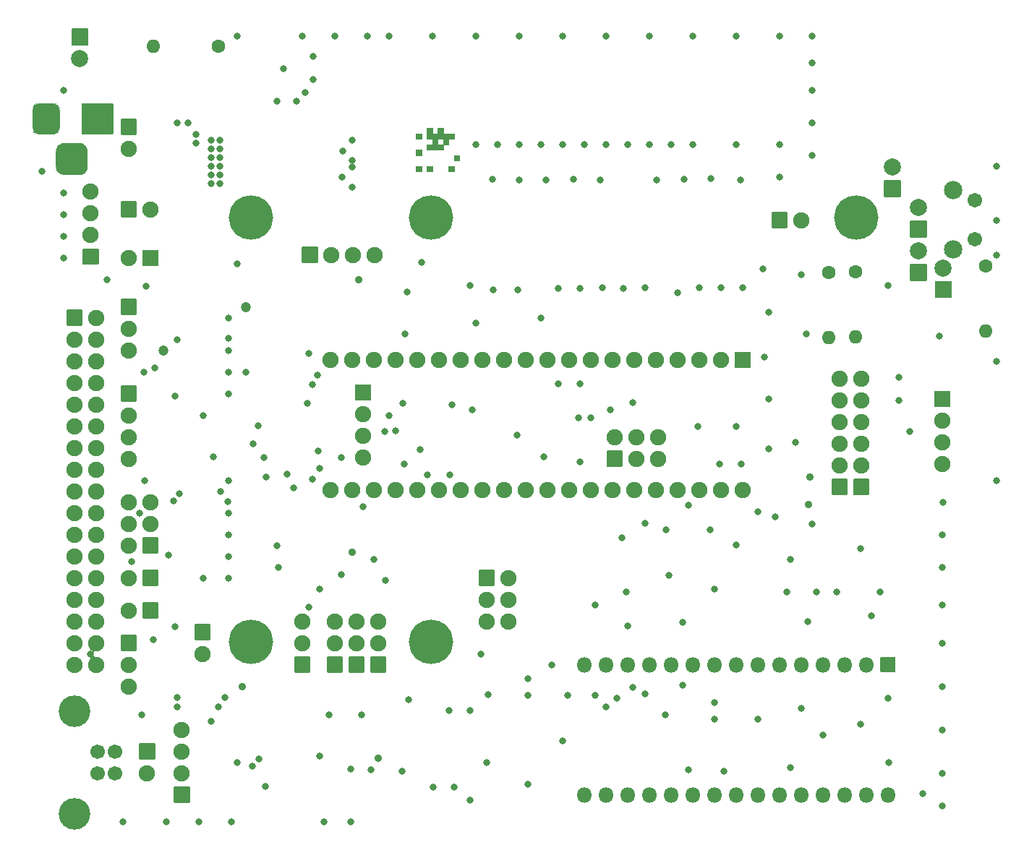
<source format=gbr>
G04 #@! TF.GenerationSoftware,KiCad,Pcbnew,(5.1.9)-1*
G04 #@! TF.CreationDate,2021-07-31T21:08:57+01:00*
G04 #@! TF.ProjectId,Greaseweazle F1 Plus Gotek Rev 1.1,47726561-7365-4776-9561-7a6c65204631,1*
G04 #@! TF.SameCoordinates,PX6312cb0PY6bcb370*
G04 #@! TF.FileFunction,Soldermask,Bot*
G04 #@! TF.FilePolarity,Negative*
%FSLAX46Y46*%
G04 Gerber Fmt 4.6, Leading zero omitted, Abs format (unit mm)*
G04 Created by KiCad (PCBNEW (5.1.9)-1) date 2021-07-31 21:08:57*
%MOMM*%
%LPD*%
G01*
G04 APERTURE LIST*
%ADD10C,0.100000*%
%ADD11O,1.900000X1.900000*%
%ADD12C,2.000000*%
%ADD13C,1.900000*%
%ADD14C,5.200000*%
%ADD15C,1.600000*%
%ADD16O,1.600000X1.600000*%
%ADD17O,1.800000X1.800000*%
%ADD18C,1.701140*%
%ADD19C,3.700120*%
%ADD20C,2.150000*%
%ADD21C,1.708000*%
%ADD22C,0.800000*%
%ADD23C,0.900000*%
%ADD24C,1.200000*%
G04 APERTURE END LIST*
D10*
G36*
X35814000Y60960000D02*
G01*
X36449000Y60960000D01*
X36449000Y61595000D01*
X35814000Y61595000D01*
X35814000Y60960000D01*
G37*
X35814000Y60960000D02*
X36449000Y60960000D01*
X36449000Y61595000D01*
X35814000Y61595000D01*
X35814000Y60960000D01*
G36*
X35814000Y60325000D02*
G01*
X36449000Y60325000D01*
X36449000Y60960000D01*
X35814000Y60960000D01*
X35814000Y60325000D01*
G37*
X35814000Y60325000D02*
X36449000Y60325000D01*
X36449000Y60960000D01*
X35814000Y60960000D01*
X35814000Y60325000D01*
G36*
X35179000Y60325000D02*
G01*
X35814000Y60325000D01*
X35814000Y60960000D01*
X35179000Y60960000D01*
X35179000Y60325000D01*
G37*
X35179000Y60325000D02*
X35814000Y60325000D01*
X35814000Y60960000D01*
X35179000Y60960000D01*
X35179000Y60325000D01*
G36*
X36449000Y60325000D02*
G01*
X37084000Y60325000D01*
X37084000Y60960000D01*
X36449000Y60960000D01*
X36449000Y60325000D01*
G37*
X36449000Y60325000D02*
X37084000Y60325000D01*
X37084000Y60960000D01*
X36449000Y60960000D01*
X36449000Y60325000D01*
G36*
X37084000Y60960000D02*
G01*
X37719000Y60960000D01*
X37719000Y61595000D01*
X37084000Y61595000D01*
X37084000Y60960000D01*
G37*
X37084000Y60960000D02*
X37719000Y60960000D01*
X37719000Y61595000D01*
X37084000Y61595000D01*
X37084000Y60960000D01*
G36*
X33909000Y61595000D02*
G01*
X34544000Y61595000D01*
X34544000Y62230000D01*
X33909000Y62230000D01*
X33909000Y61595000D01*
G37*
X33909000Y61595000D02*
X34544000Y61595000D01*
X34544000Y62230000D01*
X33909000Y62230000D01*
X33909000Y61595000D01*
G36*
X33909000Y57785000D02*
G01*
X34544000Y57785000D01*
X34544000Y58420000D01*
X33909000Y58420000D01*
X33909000Y57785000D01*
G37*
X33909000Y57785000D02*
X34544000Y57785000D01*
X34544000Y58420000D01*
X33909000Y58420000D01*
X33909000Y57785000D01*
G36*
X35179000Y62230000D02*
G01*
X35814000Y62230000D01*
X35814000Y62865000D01*
X35179000Y62865000D01*
X35179000Y62230000D01*
G37*
X35179000Y62230000D02*
X35814000Y62230000D01*
X35814000Y62865000D01*
X35179000Y62865000D01*
X35179000Y62230000D01*
G36*
X35179000Y61595000D02*
G01*
X35814000Y61595000D01*
X35814000Y62230000D01*
X35179000Y62230000D01*
X35179000Y61595000D01*
G37*
X35179000Y61595000D02*
X35814000Y61595000D01*
X35814000Y62230000D01*
X35179000Y62230000D01*
X35179000Y61595000D01*
G36*
X35814000Y61595000D02*
G01*
X36449000Y61595000D01*
X36449000Y62230000D01*
X35814000Y62230000D01*
X35814000Y61595000D01*
G37*
X35814000Y61595000D02*
X36449000Y61595000D01*
X36449000Y62230000D01*
X35814000Y62230000D01*
X35814000Y61595000D01*
G36*
X36449000Y61595000D02*
G01*
X37084000Y61595000D01*
X37084000Y62230000D01*
X36449000Y62230000D01*
X36449000Y61595000D01*
G37*
X36449000Y61595000D02*
X37084000Y61595000D01*
X37084000Y62230000D01*
X36449000Y62230000D01*
X36449000Y61595000D01*
G36*
X36449000Y62230000D02*
G01*
X37084000Y62230000D01*
X37084000Y62865000D01*
X36449000Y62865000D01*
X36449000Y62230000D01*
G37*
X36449000Y62230000D02*
X37084000Y62230000D01*
X37084000Y62865000D01*
X36449000Y62865000D01*
X36449000Y62230000D01*
G36*
X37084000Y61595000D02*
G01*
X37719000Y61595000D01*
X37719000Y62230000D01*
X37084000Y62230000D01*
X37084000Y61595000D01*
G37*
X37084000Y61595000D02*
X37719000Y61595000D01*
X37719000Y62230000D01*
X37084000Y62230000D01*
X37084000Y61595000D01*
G36*
X37719000Y61595000D02*
G01*
X38354000Y61595000D01*
X38354000Y62230000D01*
X37719000Y62230000D01*
X37719000Y61595000D01*
G37*
X37719000Y61595000D02*
X38354000Y61595000D01*
X38354000Y62230000D01*
X37719000Y62230000D01*
X37719000Y61595000D01*
G36*
X38354000Y59055000D02*
G01*
X38989000Y59055000D01*
X38989000Y59690000D01*
X38354000Y59690000D01*
X38354000Y59055000D01*
G37*
X38354000Y59055000D02*
X38989000Y59055000D01*
X38989000Y59690000D01*
X38354000Y59690000D01*
X38354000Y59055000D01*
G36*
X37719000Y57785000D02*
G01*
X38354000Y57785000D01*
X38354000Y58420000D01*
X37719000Y58420000D01*
X37719000Y57785000D01*
G37*
X37719000Y57785000D02*
X38354000Y57785000D01*
X38354000Y58420000D01*
X37719000Y58420000D01*
X37719000Y57785000D01*
G36*
X35179000Y57785000D02*
G01*
X35814000Y57785000D01*
X35814000Y58420000D01*
X35179000Y58420000D01*
X35179000Y57785000D01*
G37*
X35179000Y57785000D02*
X35814000Y57785000D01*
X35814000Y58420000D01*
X35179000Y58420000D01*
X35179000Y57785000D01*
G36*
X33909000Y59690000D02*
G01*
X34544000Y59690000D01*
X34544000Y60325000D01*
X33909000Y60325000D01*
X33909000Y59690000D01*
G37*
X33909000Y59690000D02*
X34544000Y59690000D01*
X34544000Y60325000D01*
X33909000Y60325000D01*
X33909000Y59690000D01*
G36*
X35814000Y60960000D02*
G01*
X36449000Y60960000D01*
X36449000Y61595000D01*
X35814000Y61595000D01*
X35814000Y60960000D01*
G37*
X35814000Y60960000D02*
X36449000Y60960000D01*
X36449000Y61595000D01*
X35814000Y61595000D01*
X35814000Y60960000D01*
G36*
X35814000Y60325000D02*
G01*
X36449000Y60325000D01*
X36449000Y60960000D01*
X35814000Y60960000D01*
X35814000Y60325000D01*
G37*
X35814000Y60325000D02*
X36449000Y60325000D01*
X36449000Y60960000D01*
X35814000Y60960000D01*
X35814000Y60325000D01*
G36*
X35179000Y60325000D02*
G01*
X35814000Y60325000D01*
X35814000Y60960000D01*
X35179000Y60960000D01*
X35179000Y60325000D01*
G37*
X35179000Y60325000D02*
X35814000Y60325000D01*
X35814000Y60960000D01*
X35179000Y60960000D01*
X35179000Y60325000D01*
G36*
X36449000Y60325000D02*
G01*
X37084000Y60325000D01*
X37084000Y60960000D01*
X36449000Y60960000D01*
X36449000Y60325000D01*
G37*
X36449000Y60325000D02*
X37084000Y60325000D01*
X37084000Y60960000D01*
X36449000Y60960000D01*
X36449000Y60325000D01*
G36*
X37084000Y60960000D02*
G01*
X37719000Y60960000D01*
X37719000Y61595000D01*
X37084000Y61595000D01*
X37084000Y60960000D01*
G37*
X37084000Y60960000D02*
X37719000Y60960000D01*
X37719000Y61595000D01*
X37084000Y61595000D01*
X37084000Y60960000D01*
G36*
X33909000Y61595000D02*
G01*
X34544000Y61595000D01*
X34544000Y62230000D01*
X33909000Y62230000D01*
X33909000Y61595000D01*
G37*
X33909000Y61595000D02*
X34544000Y61595000D01*
X34544000Y62230000D01*
X33909000Y62230000D01*
X33909000Y61595000D01*
G36*
X33909000Y57785000D02*
G01*
X34544000Y57785000D01*
X34544000Y58420000D01*
X33909000Y58420000D01*
X33909000Y57785000D01*
G37*
X33909000Y57785000D02*
X34544000Y57785000D01*
X34544000Y58420000D01*
X33909000Y58420000D01*
X33909000Y57785000D01*
G36*
X35179000Y62230000D02*
G01*
X35814000Y62230000D01*
X35814000Y62865000D01*
X35179000Y62865000D01*
X35179000Y62230000D01*
G37*
X35179000Y62230000D02*
X35814000Y62230000D01*
X35814000Y62865000D01*
X35179000Y62865000D01*
X35179000Y62230000D01*
G36*
X35179000Y61595000D02*
G01*
X35814000Y61595000D01*
X35814000Y62230000D01*
X35179000Y62230000D01*
X35179000Y61595000D01*
G37*
X35179000Y61595000D02*
X35814000Y61595000D01*
X35814000Y62230000D01*
X35179000Y62230000D01*
X35179000Y61595000D01*
G36*
X35814000Y61595000D02*
G01*
X36449000Y61595000D01*
X36449000Y62230000D01*
X35814000Y62230000D01*
X35814000Y61595000D01*
G37*
X35814000Y61595000D02*
X36449000Y61595000D01*
X36449000Y62230000D01*
X35814000Y62230000D01*
X35814000Y61595000D01*
G36*
X36449000Y61595000D02*
G01*
X37084000Y61595000D01*
X37084000Y62230000D01*
X36449000Y62230000D01*
X36449000Y61595000D01*
G37*
X36449000Y61595000D02*
X37084000Y61595000D01*
X37084000Y62230000D01*
X36449000Y62230000D01*
X36449000Y61595000D01*
G36*
X36449000Y62230000D02*
G01*
X37084000Y62230000D01*
X37084000Y62865000D01*
X36449000Y62865000D01*
X36449000Y62230000D01*
G37*
X36449000Y62230000D02*
X37084000Y62230000D01*
X37084000Y62865000D01*
X36449000Y62865000D01*
X36449000Y62230000D01*
G36*
X37084000Y61595000D02*
G01*
X37719000Y61595000D01*
X37719000Y62230000D01*
X37084000Y62230000D01*
X37084000Y61595000D01*
G37*
X37084000Y61595000D02*
X37719000Y61595000D01*
X37719000Y62230000D01*
X37084000Y62230000D01*
X37084000Y61595000D01*
G36*
X37719000Y61595000D02*
G01*
X38354000Y61595000D01*
X38354000Y62230000D01*
X37719000Y62230000D01*
X37719000Y61595000D01*
G37*
X37719000Y61595000D02*
X38354000Y61595000D01*
X38354000Y62230000D01*
X37719000Y62230000D01*
X37719000Y61595000D01*
G36*
X38354000Y59055000D02*
G01*
X38989000Y59055000D01*
X38989000Y59690000D01*
X38354000Y59690000D01*
X38354000Y59055000D01*
G37*
X38354000Y59055000D02*
X38989000Y59055000D01*
X38989000Y59690000D01*
X38354000Y59690000D01*
X38354000Y59055000D01*
G36*
X37719000Y57785000D02*
G01*
X38354000Y57785000D01*
X38354000Y58420000D01*
X37719000Y58420000D01*
X37719000Y57785000D01*
G37*
X37719000Y57785000D02*
X38354000Y57785000D01*
X38354000Y58420000D01*
X37719000Y58420000D01*
X37719000Y57785000D01*
G36*
X35179000Y57785000D02*
G01*
X35814000Y57785000D01*
X35814000Y58420000D01*
X35179000Y58420000D01*
X35179000Y57785000D01*
G37*
X35179000Y57785000D02*
X35814000Y57785000D01*
X35814000Y58420000D01*
X35179000Y58420000D01*
X35179000Y57785000D01*
G36*
X33909000Y59690000D02*
G01*
X34544000Y59690000D01*
X34544000Y60325000D01*
X33909000Y60325000D01*
X33909000Y59690000D01*
G37*
X33909000Y59690000D02*
X34544000Y59690000D01*
X34544000Y60325000D01*
X33909000Y60325000D01*
X33909000Y59690000D01*
D11*
X2413000Y-12700000D03*
G36*
G01*
X1463000Y-11010000D02*
X1463000Y-9310000D01*
G75*
G02*
X1563000Y-9210000I100000J0D01*
G01*
X3263000Y-9210000D01*
G75*
G02*
X3363000Y-9310000I0J-100000D01*
G01*
X3363000Y-11010000D01*
G75*
G02*
X3263000Y-11110000I-100000J0D01*
G01*
X1563000Y-11110000D01*
G75*
G02*
X1463000Y-11010000I0J100000D01*
G01*
G37*
X254000Y60452000D03*
G36*
G01*
X-696000Y62142000D02*
X-696000Y63842000D01*
G75*
G02*
X-596000Y63942000I100000J0D01*
G01*
X1104000Y63942000D01*
G75*
G02*
X1204000Y63842000I0J-100000D01*
G01*
X1204000Y62142000D01*
G75*
G02*
X1104000Y62042000I-100000J0D01*
G01*
X-596000Y62042000D01*
G75*
G02*
X-696000Y62142000I0J100000D01*
G01*
G37*
X29083000Y48006000D03*
X26543000Y48006000D03*
X24003000Y48006000D03*
G36*
G01*
X22313000Y47056000D02*
X20613000Y47056000D01*
G75*
G02*
X20513000Y47156000I0J100000D01*
G01*
X20513000Y48856000D01*
G75*
G02*
X20613000Y48956000I100000J0D01*
G01*
X22313000Y48956000D01*
G75*
G02*
X22413000Y48856000I0J-100000D01*
G01*
X22413000Y47156000D01*
G75*
G02*
X22313000Y47056000I-100000J0D01*
G01*
G37*
X20574000Y5080000D03*
X20574000Y2540000D03*
G36*
G01*
X21524000Y850000D02*
X21524000Y-850000D01*
G75*
G02*
X21424000Y-950000I-100000J0D01*
G01*
X19724000Y-950000D01*
G75*
G02*
X19624000Y-850000I0J100000D01*
G01*
X19624000Y850000D01*
G75*
G02*
X19724000Y950000I100000J0D01*
G01*
X21424000Y950000D01*
G75*
G02*
X21524000Y850000I0J-100000D01*
G01*
G37*
X8890000Y1270000D03*
G36*
G01*
X7940000Y2960000D02*
X7940000Y4660000D01*
G75*
G02*
X8040000Y4760000I100000J0D01*
G01*
X9740000Y4760000D01*
G75*
G02*
X9840000Y4660000I0J-100000D01*
G01*
X9840000Y2960000D01*
G75*
G02*
X9740000Y2860000I-100000J0D01*
G01*
X8040000Y2860000D01*
G75*
G02*
X7940000Y2960000I0J100000D01*
G01*
G37*
D12*
X89662000Y58293000D03*
G36*
G01*
X90562000Y54753000D02*
X88762000Y54753000D01*
G75*
G02*
X88662000Y54853000I0J100000D01*
G01*
X88662000Y56653000D01*
G75*
G02*
X88762000Y56753000I100000J0D01*
G01*
X90562000Y56753000D01*
G75*
G02*
X90662000Y56653000I0J-100000D01*
G01*
X90662000Y54853000D01*
G75*
G02*
X90562000Y54753000I-100000J0D01*
G01*
G37*
D13*
X57150000Y26657300D03*
X59690000Y26657300D03*
X62230000Y26593800D03*
G36*
G01*
X56300000Y25067300D02*
X58000000Y25067300D01*
G75*
G02*
X58100000Y24967300I0J-100000D01*
G01*
X58100000Y23267300D01*
G75*
G02*
X58000000Y23167300I-100000J0D01*
G01*
X56300000Y23167300D01*
G75*
G02*
X56200000Y23267300I0J100000D01*
G01*
X56200000Y24967300D01*
G75*
G02*
X56300000Y25067300I100000J0D01*
G01*
G37*
X62230000Y24117300D03*
X59690000Y24117300D03*
X23876000Y35687000D03*
X23876000Y20447000D03*
X26416000Y35687000D03*
X26416000Y20447000D03*
X28956000Y35687000D03*
X28956000Y20447000D03*
X31496000Y35687000D03*
X31496000Y20447000D03*
X34036000Y35687000D03*
X34036000Y20447000D03*
X36576000Y35687000D03*
X36576000Y20447000D03*
X39116000Y35687000D03*
X39116000Y20447000D03*
X41656000Y35687000D03*
X41656000Y20447000D03*
X44196000Y35687000D03*
X44196000Y20447000D03*
X46736000Y35687000D03*
X46736000Y20447000D03*
X49276000Y35687000D03*
X49276000Y20447000D03*
X51816000Y35687000D03*
X51816000Y20447000D03*
X54356000Y35687000D03*
X54356000Y20447000D03*
X56896000Y35687000D03*
X56896000Y20447000D03*
X59436000Y35687000D03*
X59436000Y20447000D03*
X61976000Y35687000D03*
X61976000Y20447000D03*
X64516000Y35687000D03*
X64516000Y20447000D03*
X67056000Y35687000D03*
X67056000Y20447000D03*
X69596000Y35687000D03*
X69596000Y20447000D03*
G36*
G01*
X71286000Y36637000D02*
X72986000Y36637000D01*
G75*
G02*
X73086000Y36537000I0J-100000D01*
G01*
X73086000Y34837000D01*
G75*
G02*
X72986000Y34737000I-100000J0D01*
G01*
X71286000Y34737000D01*
G75*
G02*
X71186000Y34837000I0J100000D01*
G01*
X71186000Y36537000D01*
G75*
G02*
X71286000Y36637000I100000J0D01*
G01*
G37*
X72136000Y20447000D03*
X27686000Y24257000D03*
X27686000Y26797000D03*
X27686000Y29337000D03*
G36*
G01*
X26836000Y32827000D02*
X28536000Y32827000D01*
G75*
G02*
X28636000Y32727000I0J-100000D01*
G01*
X28636000Y31027000D01*
G75*
G02*
X28536000Y30927000I-100000J0D01*
G01*
X26836000Y30927000D01*
G75*
G02*
X26736000Y31027000I0J100000D01*
G01*
X26736000Y32727000D01*
G75*
G02*
X26836000Y32827000I100000J0D01*
G01*
G37*
X83489800Y33528000D03*
X83489800Y30988000D03*
X83489800Y28448000D03*
X83489800Y25908000D03*
X83489800Y23368000D03*
G36*
G01*
X82539800Y19978000D02*
X82539800Y21678000D01*
G75*
G02*
X82639800Y21778000I100000J0D01*
G01*
X84339800Y21778000D01*
G75*
G02*
X84439800Y21678000I0J-100000D01*
G01*
X84439800Y19978000D01*
G75*
G02*
X84339800Y19878000I-100000J0D01*
G01*
X82639800Y19878000D01*
G75*
G02*
X82539800Y19978000I0J100000D01*
G01*
G37*
D11*
X254000Y10160000D03*
G36*
G01*
X1944000Y11110000D02*
X3644000Y11110000D01*
G75*
G02*
X3744000Y11010000I0J-100000D01*
G01*
X3744000Y9310000D01*
G75*
G02*
X3644000Y9210000I-100000J0D01*
G01*
X1944000Y9210000D01*
G75*
G02*
X1844000Y9310000I0J100000D01*
G01*
X1844000Y11010000D01*
G75*
G02*
X1944000Y11110000I100000J0D01*
G01*
G37*
X254000Y6350000D03*
G36*
G01*
X1944000Y7300000D02*
X3644000Y7300000D01*
G75*
G02*
X3744000Y7200000I0J-100000D01*
G01*
X3744000Y5500000D01*
G75*
G02*
X3644000Y5400000I-100000J0D01*
G01*
X1944000Y5400000D01*
G75*
G02*
X1844000Y5500000I0J100000D01*
G01*
X1844000Y7200000D01*
G75*
G02*
X1944000Y7300000I100000J0D01*
G01*
G37*
D13*
X86014000Y33528000D03*
X86014000Y30988000D03*
X86014000Y28448000D03*
X86014000Y25908000D03*
X86014000Y23368000D03*
G36*
G01*
X85064000Y19978000D02*
X85064000Y21678000D01*
G75*
G02*
X85164000Y21778000I100000J0D01*
G01*
X86864000Y21778000D01*
G75*
G02*
X86964000Y21678000I0J-100000D01*
G01*
X86964000Y19978000D01*
G75*
G02*
X86864000Y19878000I-100000J0D01*
G01*
X85164000Y19878000D01*
G75*
G02*
X85064000Y19978000I0J100000D01*
G01*
G37*
D11*
X2794000Y53340000D03*
G36*
G01*
X1104000Y52390000D02*
X-596000Y52390000D01*
G75*
G02*
X-696000Y52490000I0J100000D01*
G01*
X-696000Y54190000D01*
G75*
G02*
X-596000Y54290000I100000J0D01*
G01*
X1104000Y54290000D01*
G75*
G02*
X1204000Y54190000I0J-100000D01*
G01*
X1204000Y52490000D01*
G75*
G02*
X1104000Y52390000I-100000J0D01*
G01*
G37*
G36*
G01*
X-6348300Y74533000D02*
X-4548300Y74533000D01*
G75*
G02*
X-4448300Y74433000I0J-100000D01*
G01*
X-4448300Y72633000D01*
G75*
G02*
X-4548300Y72533000I-100000J0D01*
G01*
X-6348300Y72533000D01*
G75*
G02*
X-6448300Y72633000I0J100000D01*
G01*
X-6448300Y74433000D01*
G75*
G02*
X-6348300Y74533000I100000J0D01*
G01*
G37*
D12*
X-5448300Y70993000D03*
D11*
X6477000Y-7620000D03*
X6477000Y-10160000D03*
X6477000Y-12700000D03*
G36*
G01*
X7427000Y-14390000D02*
X7427000Y-16090000D01*
G75*
G02*
X7327000Y-16190000I-100000J0D01*
G01*
X5627000Y-16190000D01*
G75*
G02*
X5527000Y-16090000I0J100000D01*
G01*
X5527000Y-14390000D01*
G75*
G02*
X5627000Y-14290000I100000J0D01*
G01*
X7327000Y-14290000D01*
G75*
G02*
X7427000Y-14390000I0J-100000D01*
G01*
G37*
D14*
X85471000Y52387500D03*
X35687000Y2667000D03*
X14605000Y2667000D03*
X35687000Y52387500D03*
X14605000Y52387500D03*
D15*
X82219800Y45948600D03*
D16*
X82219800Y38328600D03*
X85369400Y38404800D03*
D15*
X85369400Y46024800D03*
X100584000Y46736000D03*
D16*
X100584000Y39116000D03*
X3136900Y72453500D03*
D15*
X10756900Y72453500D03*
D11*
X254000Y47625000D03*
G36*
G01*
X1944000Y48575000D02*
X3644000Y48575000D01*
G75*
G02*
X3744000Y48475000I0J-100000D01*
G01*
X3744000Y46775000D01*
G75*
G02*
X3644000Y46675000I-100000J0D01*
G01*
X1944000Y46675000D01*
G75*
G02*
X1844000Y46775000I0J100000D01*
G01*
X1844000Y48475000D01*
G75*
G02*
X1944000Y48575000I100000J0D01*
G01*
G37*
X-4191000Y55397400D03*
X-4191000Y52857400D03*
X-4191000Y50317400D03*
G36*
G01*
X-3241000Y48627400D02*
X-3241000Y46927400D01*
G75*
G02*
X-3341000Y46827400I-100000J0D01*
G01*
X-5041000Y46827400D01*
G75*
G02*
X-5141000Y46927400I0J100000D01*
G01*
X-5141000Y48627400D01*
G75*
G02*
X-5041000Y48727400I100000J0D01*
G01*
X-3341000Y48727400D01*
G75*
G02*
X-3241000Y48627400I0J-100000D01*
G01*
G37*
G36*
G01*
X-696000Y30900000D02*
X-696000Y32600000D01*
G75*
G02*
X-596000Y32700000I100000J0D01*
G01*
X1104000Y32700000D01*
G75*
G02*
X1204000Y32600000I0J-100000D01*
G01*
X1204000Y30900000D01*
G75*
G02*
X1104000Y30800000I-100000J0D01*
G01*
X-596000Y30800000D01*
G75*
G02*
X-696000Y30900000I0J100000D01*
G01*
G37*
X254000Y29210000D03*
X254000Y26670000D03*
X254000Y24130000D03*
X254000Y36830000D03*
X254000Y39370000D03*
G36*
G01*
X-696000Y41060000D02*
X-696000Y42760000D01*
G75*
G02*
X-596000Y42860000I100000J0D01*
G01*
X1104000Y42860000D01*
G75*
G02*
X1204000Y42760000I0J-100000D01*
G01*
X1204000Y41060000D01*
G75*
G02*
X1104000Y40960000I-100000J0D01*
G01*
X-596000Y40960000D01*
G75*
G02*
X-696000Y41060000I0J100000D01*
G01*
G37*
G36*
G01*
X77304000Y51120000D02*
X75604000Y51120000D01*
G75*
G02*
X75504000Y51220000I0J100000D01*
G01*
X75504000Y52920000D01*
G75*
G02*
X75604000Y53020000I100000J0D01*
G01*
X77304000Y53020000D01*
G75*
G02*
X77404000Y52920000I0J-100000D01*
G01*
X77404000Y51220000D01*
G75*
G02*
X77304000Y51120000I-100000J0D01*
G01*
G37*
X78994000Y52070000D03*
G36*
G01*
X88354000Y900000D02*
X89954000Y900000D01*
G75*
G02*
X90054000Y800000I0J-100000D01*
G01*
X90054000Y-800000D01*
G75*
G02*
X89954000Y-900000I-100000J0D01*
G01*
X88354000Y-900000D01*
G75*
G02*
X88254000Y-800000I0J100000D01*
G01*
X88254000Y800000D01*
G75*
G02*
X88354000Y900000I100000J0D01*
G01*
G37*
D17*
X56134000Y-15240000D03*
X86614000Y0D03*
X58674000Y-15240000D03*
X84074000Y0D03*
X61214000Y-15240000D03*
X81534000Y0D03*
X63754000Y-15240000D03*
X78994000Y0D03*
X66294000Y-15240000D03*
X76454000Y0D03*
X68834000Y-15240000D03*
X73914000Y0D03*
X71374000Y-15240000D03*
X71374000Y0D03*
X73914000Y-15240000D03*
X68834000Y0D03*
X76454000Y-15240000D03*
X66294000Y0D03*
X78994000Y-15240000D03*
X63754000Y0D03*
X81534000Y-15240000D03*
X61214000Y0D03*
X84074000Y-15240000D03*
X58674000Y0D03*
X86614000Y-15240000D03*
X56134000Y0D03*
X89154000Y-15240000D03*
X53594000Y0D03*
X53594000Y-15240000D03*
D18*
X-3378200Y-10225400D03*
X-3378200Y-12714600D03*
X-1371600Y-12714600D03*
X-1371600Y-10225400D03*
D19*
X-6096000Y-5450200D03*
X-6096000Y-17489800D03*
G36*
G01*
X30414000Y850000D02*
X30414000Y-850000D01*
G75*
G02*
X30314000Y-950000I-100000J0D01*
G01*
X28614000Y-950000D01*
G75*
G02*
X28514000Y-850000I0J100000D01*
G01*
X28514000Y850000D01*
G75*
G02*
X28614000Y950000I100000J0D01*
G01*
X30314000Y950000D01*
G75*
G02*
X30414000Y850000I0J-100000D01*
G01*
G37*
D11*
X29464000Y2540000D03*
X29464000Y5080000D03*
G36*
G01*
X27874000Y850000D02*
X27874000Y-850000D01*
G75*
G02*
X27774000Y-950000I-100000J0D01*
G01*
X26074000Y-950000D01*
G75*
G02*
X25974000Y-850000I0J100000D01*
G01*
X25974000Y850000D01*
G75*
G02*
X26074000Y950000I100000J0D01*
G01*
X27774000Y950000D01*
G75*
G02*
X27874000Y850000I0J-100000D01*
G01*
G37*
X26924000Y2540000D03*
X26924000Y5080000D03*
G36*
G01*
X25334000Y850000D02*
X25334000Y-850000D01*
G75*
G02*
X25234000Y-950000I-100000J0D01*
G01*
X23534000Y-950000D01*
G75*
G02*
X23434000Y-850000I0J100000D01*
G01*
X23434000Y850000D01*
G75*
G02*
X23534000Y950000I100000J0D01*
G01*
X25234000Y950000D01*
G75*
G02*
X25334000Y850000I0J-100000D01*
G01*
G37*
X24384000Y2540000D03*
X24384000Y5080000D03*
G36*
G01*
X-696000Y1690000D02*
X-696000Y3390000D01*
G75*
G02*
X-596000Y3490000I100000J0D01*
G01*
X1104000Y3490000D01*
G75*
G02*
X1204000Y3390000I0J-100000D01*
G01*
X1204000Y1690000D01*
G75*
G02*
X1104000Y1590000I-100000J0D01*
G01*
X-596000Y1590000D01*
G75*
G02*
X-696000Y1690000I0J100000D01*
G01*
G37*
X254000Y0D03*
X254000Y-2540000D03*
G36*
G01*
X41214000Y9310000D02*
X41214000Y11010000D01*
G75*
G02*
X41314000Y11110000I100000J0D01*
G01*
X43014000Y11110000D01*
G75*
G02*
X43114000Y11010000I0J-100000D01*
G01*
X43114000Y9310000D01*
G75*
G02*
X43014000Y9210000I-100000J0D01*
G01*
X41314000Y9210000D01*
G75*
G02*
X41214000Y9310000I0J100000D01*
G01*
G37*
X44704000Y10160000D03*
X42164000Y7620000D03*
X44704000Y7620000D03*
X42164000Y5080000D03*
X44704000Y5080000D03*
G36*
G01*
X3744000Y14820000D02*
X3744000Y13120000D01*
G75*
G02*
X3644000Y13020000I-100000J0D01*
G01*
X1944000Y13020000D01*
G75*
G02*
X1844000Y13120000I0J100000D01*
G01*
X1844000Y14820000D01*
G75*
G02*
X1944000Y14920000I100000J0D01*
G01*
X3644000Y14920000D01*
G75*
G02*
X3744000Y14820000I0J-100000D01*
G01*
G37*
X254000Y13970000D03*
X2794000Y16510000D03*
X254000Y16510000D03*
X2794000Y19050000D03*
X254000Y19050000D03*
G36*
G01*
X-5248000Y62169100D02*
X-5248000Y65669100D01*
G75*
G02*
X-5148000Y65769100I100000J0D01*
G01*
X-1648000Y65769100D01*
G75*
G02*
X-1548000Y65669100I0J-100000D01*
G01*
X-1548000Y62169100D01*
G75*
G02*
X-1648000Y62069100I-100000J0D01*
G01*
X-5148000Y62069100D01*
G75*
G02*
X-5248000Y62169100I0J100000D01*
G01*
G37*
G36*
G01*
X-10998000Y62869100D02*
X-10998000Y64969100D01*
G75*
G02*
X-10198000Y65769100I800000J0D01*
G01*
X-8598000Y65769100D01*
G75*
G02*
X-7798000Y64969100I0J-800000D01*
G01*
X-7798000Y62869100D01*
G75*
G02*
X-8598000Y62069100I-800000J0D01*
G01*
X-10198000Y62069100D01*
G75*
G02*
X-10998000Y62869100I0J800000D01*
G01*
G37*
G36*
G01*
X-8248000Y58294100D02*
X-8248000Y60144100D01*
G75*
G02*
X-7323000Y61069100I925000J0D01*
G01*
X-5473000Y61069100D01*
G75*
G02*
X-4548000Y60144100I0J-925000D01*
G01*
X-4548000Y58294100D01*
G75*
G02*
X-5473000Y57369100I-925000J0D01*
G01*
X-7323000Y57369100D01*
G75*
G02*
X-8248000Y58294100I0J925000D01*
G01*
G37*
G36*
G01*
X96531000Y42942000D02*
X94731000Y42942000D01*
G75*
G02*
X94631000Y43042000I0J100000D01*
G01*
X94631000Y44842000D01*
G75*
G02*
X94731000Y44942000I100000J0D01*
G01*
X96531000Y44942000D01*
G75*
G02*
X96631000Y44842000I0J-100000D01*
G01*
X96631000Y43042000D01*
G75*
G02*
X96531000Y42942000I-100000J0D01*
G01*
G37*
D12*
X95631000Y46482000D03*
G36*
G01*
X94554000Y30265000D02*
X94554000Y31965000D01*
G75*
G02*
X94654000Y32065000I100000J0D01*
G01*
X96354000Y32065000D01*
G75*
G02*
X96454000Y31965000I0J-100000D01*
G01*
X96454000Y30265000D01*
G75*
G02*
X96354000Y30165000I-100000J0D01*
G01*
X94654000Y30165000D01*
G75*
G02*
X94554000Y30265000I0J100000D01*
G01*
G37*
D11*
X95504000Y28575000D03*
X95504000Y26035000D03*
X95504000Y23495000D03*
G36*
G01*
X93610000Y44948600D02*
X91810000Y44948600D01*
G75*
G02*
X91710000Y45048600I0J100000D01*
G01*
X91710000Y46848600D01*
G75*
G02*
X91810000Y46948600I100000J0D01*
G01*
X93610000Y46948600D01*
G75*
G02*
X93710000Y46848600I0J-100000D01*
G01*
X93710000Y45048600D01*
G75*
G02*
X93610000Y44948600I-100000J0D01*
G01*
G37*
D12*
X92710000Y48488600D03*
G36*
G01*
X93610000Y50003200D02*
X91810000Y50003200D01*
G75*
G02*
X91710000Y50103200I0J100000D01*
G01*
X91710000Y51903200D01*
G75*
G02*
X91810000Y52003200I100000J0D01*
G01*
X93610000Y52003200D01*
G75*
G02*
X93710000Y51903200I0J-100000D01*
G01*
X93710000Y50103200D01*
G75*
G02*
X93610000Y50003200I-100000J0D01*
G01*
G37*
X92710000Y53543200D03*
D20*
X96814000Y55620800D03*
X96814000Y48620800D03*
D21*
X99314000Y54395800D03*
X99314000Y49845800D03*
G36*
G01*
X-7046000Y39790000D02*
X-7046000Y41490000D01*
G75*
G02*
X-6946000Y41590000I100000J0D01*
G01*
X-5246000Y41590000D01*
G75*
G02*
X-5146000Y41490000I0J-100000D01*
G01*
X-5146000Y39790000D01*
G75*
G02*
X-5246000Y39690000I-100000J0D01*
G01*
X-6946000Y39690000D01*
G75*
G02*
X-7046000Y39790000I0J100000D01*
G01*
G37*
D11*
X-3556000Y40640000D03*
X-6096000Y38100000D03*
X-3556000Y38100000D03*
X-6096000Y35560000D03*
X-3556000Y35560000D03*
X-6096000Y33020000D03*
X-3556000Y33020000D03*
X-6096000Y30480000D03*
X-3556000Y30480000D03*
X-6096000Y27940000D03*
X-3556000Y27940000D03*
X-6096000Y25400000D03*
X-3556000Y25400000D03*
X-6096000Y22860000D03*
X-3556000Y22860000D03*
X-6096000Y20320000D03*
X-3556000Y20320000D03*
X-6096000Y17780000D03*
X-3556000Y17780000D03*
X-6096000Y15240000D03*
X-3556000Y15240000D03*
X-6096000Y12700000D03*
X-3556000Y12700000D03*
X-6096000Y10160000D03*
X-3556000Y10160000D03*
X-6096000Y7620000D03*
X-3556000Y7620000D03*
X-6096000Y5080000D03*
X-3556000Y5080000D03*
X-6096000Y2540000D03*
X-3556000Y2540000D03*
X-6096000Y0D03*
X-3556000Y0D03*
D22*
X95631000Y19050000D03*
X95504000Y-16510000D03*
X65760600Y18643600D03*
X68376800Y15773400D03*
X95504000Y-7620000D03*
X95504000Y2540000D03*
X95504000Y11430000D03*
X12954000Y73660000D03*
X80264000Y73660000D03*
X80264000Y59690000D03*
X80264000Y67310000D03*
X101854000Y58420000D03*
X71374000Y73660000D03*
X101854000Y35560000D03*
X101854000Y21590000D03*
X101854000Y48006000D03*
X63500000Y10439400D03*
X45720000Y26924000D03*
X54864000Y6985000D03*
X95173800Y38506400D03*
X68834000Y8890000D03*
X89281000Y-11430000D03*
X89154000Y-3937000D03*
X73914000Y-6350000D03*
X51054000Y-8890000D03*
X42164000Y-11430000D03*
X11049000Y20320000D03*
X89154000Y44450000D03*
X65151000Y4953000D03*
X58547000Y8509000D03*
X30734000Y29210000D03*
X88265000Y8509000D03*
X33020000Y-4064000D03*
X30353000Y9906000D03*
X46964600Y-3606800D03*
X47040800Y-14046200D03*
X69977000Y-12446000D03*
X90424000Y30988000D03*
X38100000Y30480000D03*
X20574000Y73660000D03*
X24384000Y73660000D03*
X28194000Y73660000D03*
X30734000Y73660000D03*
X83185000Y8509000D03*
X79730600Y5080000D03*
X61214000Y60960000D03*
X58674000Y60960000D03*
X56134000Y60960000D03*
X53594000Y60960000D03*
X51054000Y60960000D03*
X48514000Y60960000D03*
X45974000Y60960000D03*
X43434000Y60960000D03*
X40894000Y60960000D03*
X35814000Y73660000D03*
X40894000Y73660000D03*
X45974000Y73660000D03*
X51054000Y73660000D03*
X56134000Y73660000D03*
X61214000Y73660000D03*
X66294000Y73660000D03*
X76454000Y73660000D03*
X80264000Y63500000D03*
X80264000Y70485000D03*
X101854000Y52070000D03*
X95504000Y15240000D03*
X95504000Y6985000D03*
X95504000Y-2540000D03*
X95504000Y-12700000D03*
X-381000Y-18415000D03*
X4699000Y-18415000D03*
X8509000Y-18415000D03*
X12319000Y-18415000D03*
X23114000Y-18415000D03*
X26289000Y-18415000D03*
X-7366000Y47625000D03*
X-7366000Y50165000D03*
X-7366000Y52705000D03*
X-7366000Y55245000D03*
X-9906000Y57785000D03*
X-7366000Y67310000D03*
X81534000Y-8255000D03*
X12954000Y46990000D03*
X2286000Y44323000D03*
X87249000Y5715000D03*
X77343000Y8509000D03*
X80264000Y16510000D03*
X91694000Y27305000D03*
X41529000Y1270000D03*
X23749000Y-5842000D03*
X9906000Y-6604000D03*
X40259000Y-15875000D03*
X78994000Y45720000D03*
X90424000Y33655000D03*
X10160000Y24384000D03*
X2159000Y21590000D03*
X77724000Y-12065000D03*
X78994000Y-5080000D03*
X68834000Y-4445000D03*
X85979000Y-6985000D03*
X58724800Y4495800D03*
X12954000Y-11430000D03*
X26416000Y61404500D03*
X26416000Y59055000D03*
X26416000Y55943500D03*
X21844000Y68580000D03*
X21844000Y71247000D03*
X20955000Y66992500D03*
X18415000Y69850000D03*
X63754000Y60960000D03*
X66294000Y60960000D03*
X71374000Y60960000D03*
X76454000Y60960000D03*
X8128000Y62103000D03*
X15494000Y-11049000D03*
X28638500Y-12319000D03*
X26289000Y-12255500D03*
X35877500Y-14351000D03*
X38354000Y-14351000D03*
X9017000Y10160000D03*
X16129000Y24257000D03*
X4953000Y12827000D03*
X31496000Y27432000D03*
X21336000Y36449000D03*
X74676000Y36068000D03*
X75184000Y31115000D03*
X75184000Y25273000D03*
X85979000Y13589000D03*
X80772000Y8509000D03*
X56134000Y-4953000D03*
X56642000Y29845000D03*
X76454000Y57150000D03*
X49784000Y0D03*
X40259000Y44450000D03*
X74549000Y46355000D03*
X75184000Y41275000D03*
X71374000Y27940000D03*
X66929000Y27940000D03*
X72009000Y23495000D03*
X69469000Y23495000D03*
X48514000Y40640000D03*
X40894000Y40005000D03*
X32639000Y38735000D03*
X78359000Y26035000D03*
X79629000Y38735000D03*
X7239000Y63500000D03*
X5715000Y31432500D03*
X11938000Y40576500D03*
X11938000Y38227000D03*
X11938000Y21526500D03*
X11874500Y19113500D03*
X19939000Y66040000D03*
X17653000Y66040000D03*
X32258000Y-12509500D03*
X40195500Y-5397500D03*
X37782500Y-5397500D03*
X42354500Y-3492500D03*
X25273000Y57150000D03*
X25336500Y60198000D03*
X26416000Y58293000D03*
X48895000Y24384000D03*
X53086000Y23749000D03*
X59309000Y30734000D03*
X32512000Y23495000D03*
X59309000Y-2667000D03*
X60706000Y-3429000D03*
X63119000Y-5842000D03*
X65151000Y-2413000D03*
X65786000Y-12319000D03*
X9017000Y29210000D03*
X22606000Y-10668000D03*
X27559000Y-5842000D03*
X11938000Y10160000D03*
X22479000Y25019000D03*
X16383000Y21971000D03*
X19558000Y20701000D03*
X3175000Y2921000D03*
X40513000Y29845000D03*
X5969000Y63500000D03*
X8128000Y61087000D03*
X34544000Y47117000D03*
D23*
X79883000Y18796000D03*
X27178000Y45084990D03*
D22*
X93218000Y-15113000D03*
D24*
X13970000Y41910000D03*
D22*
X71374000Y14046200D03*
X64516000Y43561000D03*
X62081401Y56785563D03*
X17780000Y11430000D03*
X52372500Y56817500D03*
X21336004Y6731000D03*
X21809010Y21687143D03*
X42847500Y56817500D03*
X25146000Y24257000D03*
X25146000Y10540996D03*
X45974000Y56769000D03*
X22606000Y22987000D03*
X22606000Y8889996D03*
X11557000Y-3810001D03*
X5969001Y-3810001D03*
X58039000Y14859000D03*
X67056000Y44196000D03*
X65287154Y56848683D03*
X17652996Y13970000D03*
X45846988Y43942000D03*
X18796000Y22352000D03*
X75946000Y17297404D03*
X11938000Y12700000D03*
X69596000Y44196000D03*
X68389636Y56976345D03*
X11938000Y15240000D03*
X71882000Y56769000D03*
X72136000Y44195972D03*
X73914000Y17907000D03*
X49149000Y56769000D03*
X22352000Y33909000D03*
X10795000Y-4953000D03*
X5969000Y-4953000D03*
X11938000Y36830000D03*
X35276000Y22195000D03*
X37846004Y22225004D03*
D23*
X26416000Y13208000D03*
D22*
X60680600Y16560800D03*
X63201001Y15830001D03*
X46990000Y-1651000D03*
D23*
X80060806Y21945600D03*
X13589000Y-2540000D03*
D22*
X54864000Y-3556000D03*
X57404000Y-3937000D03*
D23*
X29464000Y-10922000D03*
D22*
X9906000Y61468000D03*
X10922000Y61468000D03*
X9906000Y60452000D03*
X10922000Y60452000D03*
X9906000Y59436000D03*
X10922000Y59436000D03*
X9906000Y58420000D03*
X10922000Y58420000D03*
X10922000Y57404000D03*
X9906000Y57404000D03*
X9906000Y56388000D03*
X10922000Y56388000D03*
X51638200Y-3606760D03*
D24*
X4318000Y36830000D03*
D22*
X16256000Y-14224000D03*
X14747206Y-11922800D03*
X5969000Y38100000D03*
X1778000Y-5842000D03*
X3302000Y34798000D03*
X2032000Y34290000D03*
X30226000Y27305000D03*
X11938000Y31750000D03*
X34353494Y25209494D03*
X42926000Y43942000D03*
X11938000Y34290000D03*
X52959000Y28956000D03*
X50546000Y32893000D03*
X50546000Y44069000D03*
X21780500Y32829500D03*
X15429000Y28005000D03*
X14859000Y25908000D03*
X60706000Y44196000D03*
X27686010Y18542000D03*
X32385007Y30607005D03*
X58212953Y44105829D03*
X21209000Y30607000D03*
X13970000Y34290000D03*
X6223000Y20066000D03*
X53086000Y32893000D03*
X53086000Y44069000D03*
X54356000Y28956000D03*
X68834000Y-6350000D03*
X11938000Y17780000D03*
X55753000Y44196000D03*
X5536995Y19177000D03*
X1524000Y17780000D03*
X635000Y12065000D03*
X5714988Y4445000D03*
X-2286000Y45085000D03*
X55498999Y56768999D03*
X32893000Y43688000D03*
X-4191000Y1270000D03*
X28956000Y12319000D03*
X77724000Y12319000D03*
D10*
G36*
X-3828299Y1102805D02*
G01*
X-3827972Y1101006D01*
X-3833247Y1083619D01*
X-3835610Y1059628D01*
X-3833247Y1035637D01*
X-3826247Y1012562D01*
X-3814882Y991298D01*
X-3799586Y972661D01*
X-3780949Y957366D01*
X-3759686Y946001D01*
X-3736611Y939001D01*
X-3712620Y936638D01*
X-3694535Y938420D01*
X-3692713Y937595D01*
X-3692517Y935605D01*
X-3693949Y934468D01*
X-3831188Y907169D01*
X-4002880Y836052D01*
X-4157400Y732806D01*
X-4214621Y675585D01*
X-4216553Y675067D01*
X-4217967Y676481D01*
X-4217581Y678268D01*
X-4206064Y692301D01*
X-4194699Y713565D01*
X-4187699Y736640D01*
X-4185336Y760631D01*
X-4187699Y784622D01*
X-4194699Y807697D01*
X-4206064Y828961D01*
X-4221359Y847598D01*
X-4239996Y862893D01*
X-4261260Y874258D01*
X-4278646Y879532D01*
X-4280013Y880992D01*
X-4279432Y882906D01*
X-4277675Y883408D01*
X-4230008Y873926D01*
X-4151992Y873926D01*
X-4075468Y889148D01*
X-4003388Y919004D01*
X-3938517Y962350D01*
X-3883350Y1017517D01*
X-3840004Y1082388D01*
X-3831734Y1102352D01*
X-3830147Y1103570D01*
X-3828299Y1102805D01*
G37*
G36*
X-4214621Y1864415D02*
G01*
X-4157400Y1807194D01*
X-4002880Y1703948D01*
X-3831188Y1632831D01*
X-3693950Y1605532D01*
X-3692446Y1604213D01*
X-3692836Y1602251D01*
X-3694536Y1601580D01*
X-3712619Y1603362D01*
X-3736610Y1600999D01*
X-3759685Y1593999D01*
X-3780949Y1582634D01*
X-3799586Y1567339D01*
X-3814881Y1548702D01*
X-3826247Y1527439D01*
X-3833247Y1504364D01*
X-3835610Y1480373D01*
X-3833247Y1456382D01*
X-3827972Y1438993D01*
X-3828426Y1437045D01*
X-3830340Y1436464D01*
X-3831734Y1437647D01*
X-3840004Y1457612D01*
X-3883350Y1522483D01*
X-3938517Y1577650D01*
X-4003388Y1620996D01*
X-4075468Y1650852D01*
X-4151992Y1666074D01*
X-4230008Y1666074D01*
X-4277674Y1656593D01*
X-4279568Y1657236D01*
X-4279958Y1659198D01*
X-4278644Y1660469D01*
X-4261262Y1665740D01*
X-4239998Y1677106D01*
X-4221360Y1692401D01*
X-4206065Y1711038D01*
X-4194700Y1732302D01*
X-4187699Y1755376D01*
X-4185336Y1779367D01*
X-4187700Y1803360D01*
X-4194697Y1826433D01*
X-4206063Y1847697D01*
X-4217581Y1861732D01*
X-4217907Y1863706D01*
X-4216361Y1864974D01*
X-4214621Y1864415D01*
G37*
G36*
X-8246010Y58294296D02*
G01*
X-8228256Y58114036D01*
X-8175732Y57940887D01*
X-8090438Y57781314D01*
X-7975653Y57641447D01*
X-7835786Y57526662D01*
X-7676213Y57441368D01*
X-7503064Y57388844D01*
X-7322804Y57371090D01*
X-7321178Y57369925D01*
X-7321374Y57367935D01*
X-7323000Y57367100D01*
X-7379360Y57367100D01*
X-7379556Y57367110D01*
X-7553841Y57384276D01*
X-7554226Y57384352D01*
X-7715917Y57433400D01*
X-7716279Y57433550D01*
X-7865282Y57513194D01*
X-7865608Y57513412D01*
X-7996220Y57620603D01*
X-7996497Y57620880D01*
X-8103688Y57751492D01*
X-8103906Y57751818D01*
X-8183550Y57900821D01*
X-8183700Y57901183D01*
X-8232748Y58062874D01*
X-8232824Y58063259D01*
X-8249990Y58237544D01*
X-8250000Y58237740D01*
X-8250000Y58294100D01*
X-8249000Y58295832D01*
X-8247000Y58295832D01*
X-8246010Y58294296D01*
G37*
G36*
X-4546835Y58295726D02*
G01*
X-4546000Y58294100D01*
X-4546000Y58237740D01*
X-4546010Y58237544D01*
X-4563176Y58063259D01*
X-4563252Y58062874D01*
X-4612300Y57901183D01*
X-4612450Y57900821D01*
X-4692094Y57751818D01*
X-4692312Y57751492D01*
X-4799503Y57620880D01*
X-4799780Y57620603D01*
X-4930392Y57513412D01*
X-4930718Y57513194D01*
X-5079721Y57433550D01*
X-5080083Y57433400D01*
X-5241774Y57384352D01*
X-5242159Y57384276D01*
X-5416444Y57367110D01*
X-5416640Y57367100D01*
X-5473000Y57367100D01*
X-5474732Y57368100D01*
X-5474732Y57370100D01*
X-5473196Y57371090D01*
X-5292936Y57388844D01*
X-5119787Y57441368D01*
X-4960214Y57526662D01*
X-4820347Y57641447D01*
X-4705562Y57781314D01*
X-4620268Y57940887D01*
X-4567744Y58114036D01*
X-4549990Y58294296D01*
X-4548825Y58295922D01*
X-4546835Y58295726D01*
G37*
G36*
X-7321268Y61070100D02*
G01*
X-7321268Y61068100D01*
X-7322804Y61067110D01*
X-7503064Y61049356D01*
X-7676213Y60996832D01*
X-7835786Y60911538D01*
X-7975653Y60796753D01*
X-8090438Y60656886D01*
X-8175732Y60497313D01*
X-8228256Y60324164D01*
X-8246010Y60143904D01*
X-8247175Y60142278D01*
X-8249165Y60142474D01*
X-8250000Y60144100D01*
X-8250000Y60200460D01*
X-8249990Y60200656D01*
X-8232824Y60374941D01*
X-8232748Y60375326D01*
X-8183700Y60537017D01*
X-8183550Y60537379D01*
X-8103906Y60686382D01*
X-8103688Y60686708D01*
X-7996497Y60817320D01*
X-7996220Y60817597D01*
X-7865608Y60924788D01*
X-7865282Y60925006D01*
X-7716279Y61004650D01*
X-7715917Y61004800D01*
X-7554226Y61053848D01*
X-7553841Y61053924D01*
X-7379556Y61071090D01*
X-7379360Y61071100D01*
X-7323000Y61071100D01*
X-7321268Y61070100D01*
G37*
G36*
X-5416444Y61071090D02*
G01*
X-5242159Y61053924D01*
X-5241774Y61053848D01*
X-5080083Y61004800D01*
X-5079721Y61004650D01*
X-4930718Y60925006D01*
X-4930392Y60924788D01*
X-4799780Y60817597D01*
X-4799503Y60817320D01*
X-4692312Y60686708D01*
X-4692094Y60686382D01*
X-4612450Y60537379D01*
X-4612300Y60537017D01*
X-4563252Y60375326D01*
X-4563176Y60374941D01*
X-4546010Y60200656D01*
X-4546000Y60200460D01*
X-4546000Y60144100D01*
X-4547000Y60142368D01*
X-4549000Y60142368D01*
X-4549990Y60143904D01*
X-4567744Y60324164D01*
X-4620268Y60497313D01*
X-4705562Y60656886D01*
X-4820347Y60796753D01*
X-4960214Y60911538D01*
X-5119787Y60996832D01*
X-5292936Y61049356D01*
X-5473196Y61067110D01*
X-5474822Y61068275D01*
X-5474626Y61070265D01*
X-5473000Y61071100D01*
X-5416640Y61071100D01*
X-5416444Y61071090D01*
G37*
G36*
X-7796835Y62870726D02*
G01*
X-7796000Y62869100D01*
X-7796000Y62812740D01*
X-7796010Y62812544D01*
X-7810774Y62662645D01*
X-7810850Y62662260D01*
X-7852785Y62524018D01*
X-7852935Y62523656D01*
X-7921029Y62396260D01*
X-7921247Y62395934D01*
X-8012890Y62284267D01*
X-8013167Y62283990D01*
X-8124834Y62192347D01*
X-8125160Y62192129D01*
X-8252556Y62124035D01*
X-8252918Y62123885D01*
X-8391160Y62081950D01*
X-8391545Y62081874D01*
X-8541444Y62067110D01*
X-8541640Y62067100D01*
X-8598000Y62067100D01*
X-8599732Y62068100D01*
X-8599732Y62070100D01*
X-8598196Y62071090D01*
X-8442323Y62086442D01*
X-8292622Y62131853D01*
X-8154660Y62205595D01*
X-8033736Y62304836D01*
X-7934495Y62425760D01*
X-7860753Y62563722D01*
X-7815342Y62713423D01*
X-7799990Y62869296D01*
X-7798825Y62870922D01*
X-7796835Y62870726D01*
G37*
G36*
X-10996010Y62869296D02*
G01*
X-10980658Y62713423D01*
X-10935247Y62563722D01*
X-10861505Y62425760D01*
X-10762264Y62304836D01*
X-10641340Y62205595D01*
X-10503378Y62131853D01*
X-10353677Y62086442D01*
X-10197804Y62071090D01*
X-10196178Y62069925D01*
X-10196374Y62067935D01*
X-10198000Y62067100D01*
X-10254360Y62067100D01*
X-10254556Y62067110D01*
X-10404455Y62081874D01*
X-10404840Y62081950D01*
X-10543082Y62123885D01*
X-10543444Y62124035D01*
X-10670840Y62192129D01*
X-10671166Y62192347D01*
X-10782833Y62283990D01*
X-10783110Y62284267D01*
X-10874753Y62395934D01*
X-10874971Y62396260D01*
X-10943065Y62523656D01*
X-10943215Y62524018D01*
X-10985150Y62662260D01*
X-10985226Y62662645D01*
X-10999990Y62812544D01*
X-11000000Y62812740D01*
X-11000000Y62869100D01*
X-10999000Y62870832D01*
X-10997000Y62870832D01*
X-10996010Y62869296D01*
G37*
G36*
X-10196268Y65770100D02*
G01*
X-10196268Y65768100D01*
X-10197804Y65767110D01*
X-10353677Y65751758D01*
X-10503378Y65706347D01*
X-10641340Y65632605D01*
X-10762264Y65533364D01*
X-10861505Y65412440D01*
X-10935247Y65274478D01*
X-10980658Y65124777D01*
X-10996010Y64968904D01*
X-10997175Y64967278D01*
X-10999165Y64967474D01*
X-11000000Y64969100D01*
X-11000000Y65025460D01*
X-10999990Y65025656D01*
X-10985226Y65175555D01*
X-10985150Y65175940D01*
X-10943215Y65314182D01*
X-10943065Y65314544D01*
X-10874971Y65441940D01*
X-10874753Y65442266D01*
X-10783110Y65553933D01*
X-10782833Y65554210D01*
X-10671166Y65645853D01*
X-10670840Y65646071D01*
X-10543444Y65714165D01*
X-10543082Y65714315D01*
X-10404840Y65756250D01*
X-10404455Y65756326D01*
X-10254556Y65771090D01*
X-10254360Y65771100D01*
X-10198000Y65771100D01*
X-10196268Y65770100D01*
G37*
G36*
X-8541444Y65771090D02*
G01*
X-8391545Y65756326D01*
X-8391160Y65756250D01*
X-8252918Y65714315D01*
X-8252556Y65714165D01*
X-8125160Y65646071D01*
X-8124834Y65645853D01*
X-8013167Y65554210D01*
X-8012890Y65553933D01*
X-7921247Y65442266D01*
X-7921029Y65441940D01*
X-7852935Y65314544D01*
X-7852785Y65314182D01*
X-7810850Y65175940D01*
X-7810774Y65175555D01*
X-7796010Y65025656D01*
X-7796000Y65025460D01*
X-7796000Y64969100D01*
X-7797000Y64967368D01*
X-7799000Y64967368D01*
X-7799990Y64968904D01*
X-7815342Y65124777D01*
X-7860753Y65274478D01*
X-7934495Y65412440D01*
X-8033736Y65533364D01*
X-8154660Y65632605D01*
X-8292622Y65706347D01*
X-8442323Y65751758D01*
X-8598196Y65767110D01*
X-8599822Y65768275D01*
X-8599626Y65770265D01*
X-8598000Y65771100D01*
X-8541640Y65771100D01*
X-8541444Y65771090D01*
G37*
M02*

</source>
